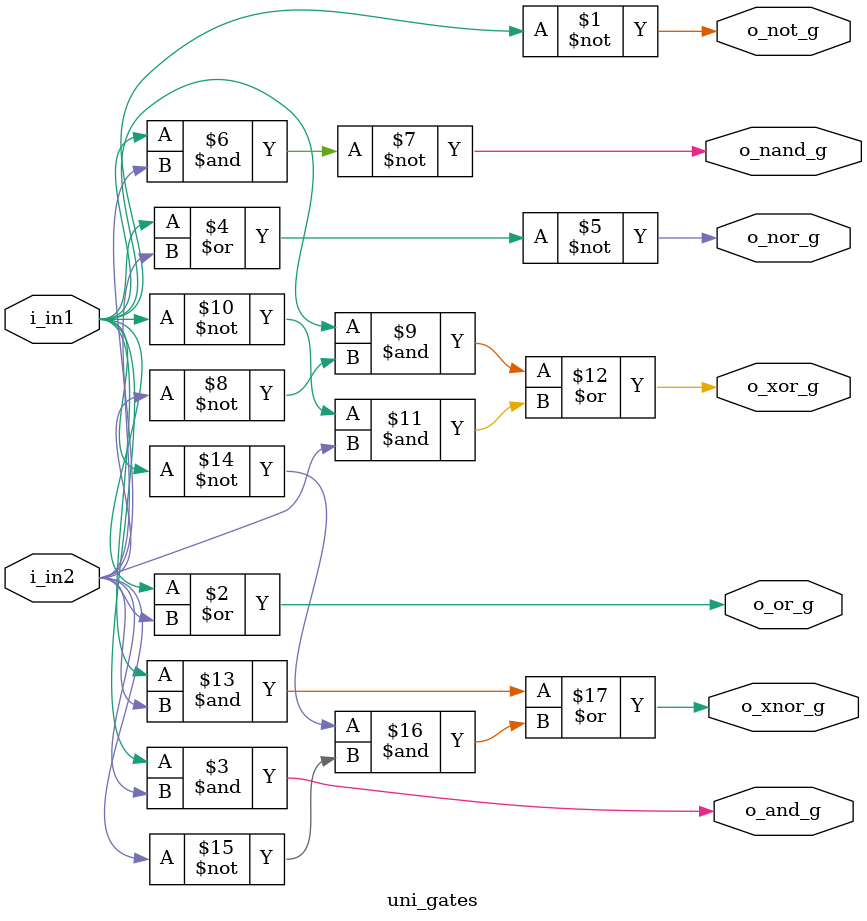
<source format=v>
module uni_gates(i_in1, 
                 i_in2, 
                 o_not_g, 
                 o_or_g, 
                 o_and_g, 
                 o_nor_g, 
                 o_nand_g, 
                 o_xor_g, 
                 o_xnor_g);

  input   i_in1;
  input   i_in2;
  output  o_not_g;
  output  o_or_g;
  output  o_and_g;
  output  o_nor_g;
  output  o_nand_g;
  output  o_xor_g;
  output  o_xnor_g;
  
  assign o_not_g    = ~(i_in1);
  assign o_or_g     = (i_in1 | i_in2);
  assign o_and_g    = (i_in1 & i_in2);
  assign o_nor_g    = ~(i_in1 | i_in2);
  assign o_nand_g 	 = ~(i_in1 & i_in2);
  assign o_xor_g  	 = ((i_in1 & ~(i_in2)) | (~(i_in1) & i_in2));
  assign o_xnor_g   = ((i_in1 & i_in2) | (~(i_in1) & ~(i_in2)));

endmodule

</source>
